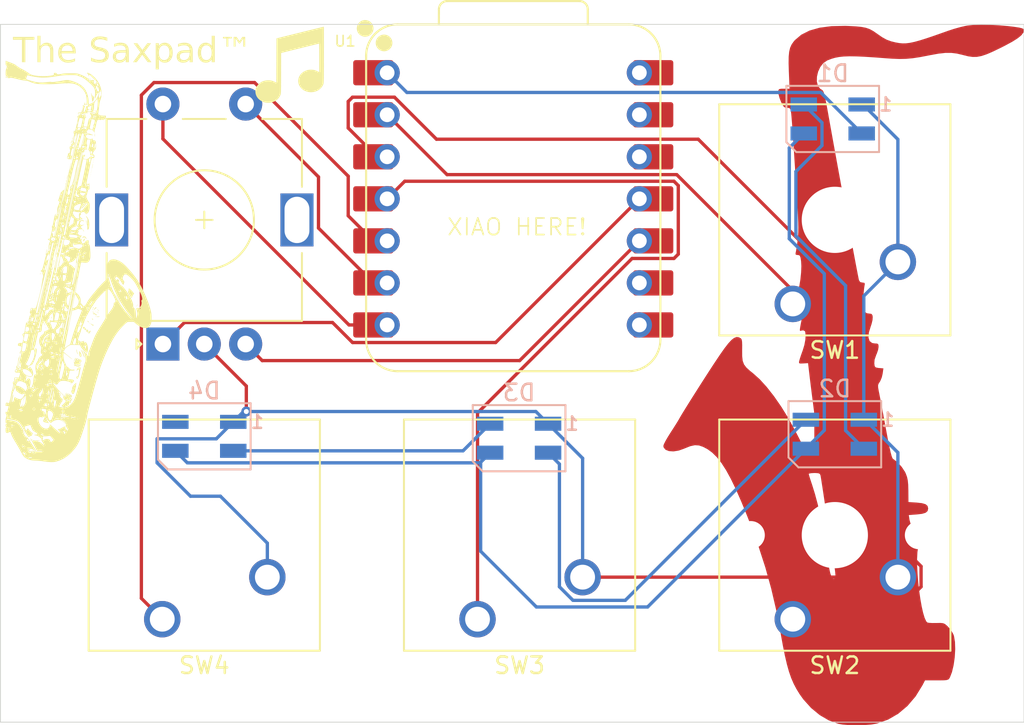
<source format=kicad_pcb>
(kicad_pcb (version 20241229) (generator "pcbnew") (generator_version "9.0")
  (layers (0 "F.Cu" signal) (2 "B.Cu" signal) (13 "F.Paste" user) (15 "B.Paste" user) (5 "F.SilkS" user "F.Silkscreen") (7 "B.SilkS" user "B.Silkscreen") (1 "F.Mask" user) (3 "B.Mask" user) (25 "Edge.Cuts" user))
  (net 0 "")
  (net 1 "Net-(D1-DIN)")
  (net 2 "GND")
  (net 3 "Net-(D1-DOUT)")
  (net 4 "+5V")
  (net 5 "Net-(D2-DOUT)")
  (net 6 "Net-(D3-DOUT)")
  (net 8 "Net-(U1-GPIO27{slash}ADC1{slash}A1)")
  (net 9 "Net-(U1-GPIO28{slash}ADC2{slash}A2)")
  (net 10 "Net-(U1-GPIO29{slash}ADC3{slash}A3)")
  (net 11 "Net-(U1-GPIO6{slash}SDA)")
  (net 12 "Net-(U1-GPIO0{slash}TX)")
  (net 13 "Net-(U1-GPIO3{slash}MOSI)")
  (net 14 "Net-(U1-GPIO4{slash}MISO)")
  (net 15 "Net-(U1-GPIO7{slash}SCL)")
  (footprint "LOGO" (layer "F.Cu") (at 71.8312 59.8424)
    (property "Reference" "G***" (hide yes))
    (property "Value" "LOGO" (hide yes))
  )
  (footprint "Button_Switch_Keyboard:SW_Cherry_MX_1.00u_PCB" (layer "F.Cu") (at 64.135 93.345 180)
    (property "Reference" "SW4" (at -2.54 -2.794 0) (layer "F.SilkS"))
    (property "Value" "SW_Push")
    (pad "" np_thru_hole circle (at -7.62 5.08 180) (size 1.7 1.7) (drill 1.7) (layers "*.Cu" "*.Mask"))
    (pad "" np_thru_hole circle (at -2.54 5.08 180) (size 4 4) (drill 4) (layers "*.Cu" "*.Mask"))
    (pad "" np_thru_hole circle (at 2.54 5.08 180) (size 1.7 1.7) (drill 1.7) (layers "*.Cu" "*.Mask"))
    (pad "1" thru_hole circle (at 0 0 180) (size 2.2 2.2) (drill 1.5) (layers "*.Cu" "*.Mask") (net 11 "Net-(U1-GPIO6{slash}SDA)"))
    (pad "2" thru_hole circle (at -6.35 2.54 180) (size 2.2 2.2) (drill 1.5) (layers "*.Cu" "*.Mask") (net 2 "GND"))
  )
  (footprint "Button_Switch_Keyboard:SW_Cherry_MX_1.00u_PCB" (layer "F.Cu") (at 102.235 93.345 180)
    (property "Reference" "SW2" (at -2.54 -2.794 0) (layer "F.SilkS"))
    (property "Value" "SW_Push")
    (pad "" np_thru_hole circle (at -7.62 5.08 180) (size 1.7 1.7) (drill 1.7) (layers "*.Cu" "*.Mask"))
    (pad "" np_thru_hole circle (at -2.54 5.08 180) (size 4 4) (drill 4) (layers "*.Cu" "*.Mask"))
    (pad "" np_thru_hole circle (at 2.54 5.08 180) (size 1.7 1.7) (drill 1.7) (layers "*.Cu" "*.Mask"))
    (pad "1" thru_hole circle (at 0 0 180) (size 2.2 2.2) (drill 1.5) (layers "*.Cu" "*.Mask") (net 9 "Net-(U1-GPIO28{slash}ADC2{slash}A2)"))
    (pad "2" thru_hole circle (at -6.35 2.54 180) (size 2.2 2.2) (drill 1.5) (layers "*.Cu" "*.Mask") (net 2 "GND"))
  )
  (footprint "Button_Switch_Keyboard:SW_Cherry_MX_1.00u_PCB" (layer "F.Cu") (at 102.235 74.295 180)
    (property "Reference" "SW1" (at -2.54 -2.794 0) (layer "F.SilkS"))
    (property "Value" "SW_Push")
    (pad "" np_thru_hole circle (at -7.62 5.08 180) (size 1.7 1.7) (drill 1.7) (layers "*.Cu" "*.Mask"))
    (pad "" np_thru_hole circle (at -2.54 5.08 180) (size 4 4) (drill 4) (layers "*.Cu" "*.Mask"))
    (pad "" np_thru_hole circle (at 2.54 5.08 180) (size 1.7 1.7) (drill 1.7) (layers "*.Cu" "*.Mask"))
    (pad "1" thru_hole circle (at 0 0 180) (size 2.2 2.2) (drill 1.5) (layers "*.Cu" "*.Mask") (net 8 "Net-(U1-GPIO27{slash}ADC1{slash}A1)"))
    (pad "2" thru_hole circle (at -6.35 2.54 180) (size 2.2 2.2) (drill 1.5) (layers "*.Cu" "*.Mask") (net 2 "GND"))
  )
  (footprint "LOGO" (layer "F.Cu") (at 58.236908 71.653429)
    (property "Reference" "G***" (hide yes))
    (property "Value" "LOGO" (hide yes))
  )
  (footprint "LOGO" (layer "F.Cu") (at 105.3084 78.5876)
    (property "Reference" "G***" (hide yes))
    (property "Value" "LOGO" (hide yes))
    (fp_poly (pts (xy 8.835105 -21.155538) (xy 9.390681 -21.127281) (xy 9.942445 -21.079876) (xy 10.299598 -21.03696) (xy 10.591183 -20.992848) (xy 10.771373 -20.952072) (xy 10.864471 -20.90634) (xy 10.894777 -20.847362) (xy 10.895442 -20.833681) (xy 10.858287 -20.68506) (xy 10.739896 -20.527351) (xy 10.52988 -20.35263) (xy 10.217851 -20.152971) (xy 9.793421 -19.920451) (xy 9.508733 -19.775897) (xy 9.034363 -19.546338) (xy 8.651666 -19.380548) (xy 8.334762 -19.27352) (xy 8.057776 -19.220246) (xy 7.794827 -19.215716) (xy 7.520039 -19.254924) (xy 7.212414 -19.331488) (xy 6.847139 -19.418431) (xy 6.502439 -19.461462) (xy 6.1419 -19.460253) (xy 5.729111 -19.414476) (xy 5.22766 -19.3238) (xy 5.175335 -19.313096) (xy 4.636306 -19.208524) (xy 4.184534 -19.138989) (xy 3.776504 -19.101475) (xy 3.368706 -19.092969) (xy 2.917626 -19.110453) (xy 2.587667 -19.133768) (xy 1.867513 -19.188106) (xy 1.266416 -19.22682) (xy 0.768071 -19.249298) (xy 0.356171 -19.254927) (xy 0.014412 -19.243095) (xy -0.273513 -19.21319) (xy -0.52391 -19.1646) (xy -0.753085 -19.096711) (xy -0.977342 -19.008911) (xy -1.000114 -18.999018) (xy -1.230153 -18.841187) (xy -1.412726 -18.607345) (xy -1.54237 -18.326065) (xy -1.613624 -18.02592) (xy -1.621024 -17.735484) (xy -1.559108 -17.483331) (xy -1.422415 -17.298034) (xy -1.33555 -17.244303) (xy -1.285476 -17.212251) (xy -1.241237 -17.154826) (xy -1.198579 -17.055748) (xy -1.153252 -16.89874) (xy -1.101 -16.667522) (xy -1.037573 -16.345817) (xy -0.958716 -15.917346) (xy -0.892933 -15.55008) (xy -0.788124 -14.964221) (xy -0.670879 -14.313622) (xy -0.543624 -13.611403) (xy -0.408784 -12.870678) (xy -0.268783 -12.104566) (xy -0.126049 -11.326183) (xy 0.016994 -10.548647) (xy 0.15792 -9.785073) (xy 0.294303 -9.048579) (xy 0.42372 -8.352282) (xy 0.543742 -7.709298) (xy 0.651946 -7.132746) (xy 0.745906 -6.63574) (xy 0.823197 -6.2314) (xy 0.881392 -5.93284) (xy 0.918066 -5.753179) (xy 0.921598 -5.737131) (xy 0.994453 -5.614953) (xy 1.132832 -5.583914) (xy 1.257944 -5.566237) (xy 1.280524 -5.489135) (xy 1.267143 -5.430697) (xy 1.243839 -5.29498) (xy 1.218258 -5.064544) (xy 1.194721 -4.780704) (xy 1.187038 -4.664611) (xy 1.175953 -4.272764) (xy 1.202343 -3.997471) (xy 1.272009 -3.822827) (xy 1.390756 -3.732926) (xy 1.534835 -3.71126) (xy 1.679191 -3.692204) (xy 1.740652 -3.606538) (xy 1.756955 -3.501271) (xy 1.743467 -3.317411) (xy 1.686488 -3.078018) (xy 1.637786 -2.936953) (xy 1.522767 -2.562778) (xy 1.499343 -2.264955) (xy 1.565619 -2.051727) (xy 1.719694 -1.931336) (xy 1.87505 -1.906702) (xy 2.034078 -1.895096) (xy 2.098883 -1.835992) (xy 2.110992 -1.6997) (xy 2.079411 -1.507211) (xy 2.000678 -1.281185) (xy 1.970973 -1.218239) (xy 1.868329 -0.922771) (xy 1.851805 -0.693204) (xy 1.875938 -0.529695) (xy 1.940293 -0.454115) (xy 2.088024 -0.425219) (xy 2.136638 -0.420979) (xy 2.400622 -0.39933) (xy 2.357418 -0.080496) (xy 2.301104 0.157639) (xy 2.212171 0.36969) (xy 2.178832 0.42247) (xy 2.109145 0.528889) (xy 2.07842 0.6312) (xy 2.084151 0.771221) (xy 2.123837 0.990768) (xy 2.140107 1.069387) (xy 2.179314 1.265403) (xy 2.23826 1.570961) (xy 2.312331 1.961607) (xy 2.396912 2.412885) (xy 2.487387 2.900342) (xy 2.555174 3.268633) (xy 2.665504 3.856421) (xy 2.758055 4.317843) (xy 2.834802 4.661286) (xy 2.89772 4.895137) (xy 2.948786 5.027783) (xy 2.978289 5.064769) (xy 3.248897 5.270154) (xy 3.508447 5.553838) (xy 3.710284 5.862665) (xy 3.748193 5.94199) (xy 3.825934 6.149168) (xy 3.874362 6.364487) (xy 3.900049 6.630565) (xy 3.909551 6.988591) (xy 3.91555 7.678255) (xy 4.406782 7.710243) (xy 4.739 7.747116) (xy 4.954429 7.812256) (xy 5.071143 7.91493) (xy 5.107213 8.064407) (xy 5.107239 8.069437) (xy 5.073708 8.219675) (xy 4.960799 8.323159) (xy 4.750035 8.389522) (xy 4.422942 8.428398) (xy 4.418121 8.428745) (xy 3.935281 8.463292) (xy 3.976713 8.74304) (xy 4.027253 8.934201) (xy 4.125251 9.196692) (xy 4.252278 9.482649) (xy 4.294376 9.567998) (xy 4.425847 9.834047) (xy 4.502272 10.017716) (xy 4.532771 10.156754) (xy 4.526469 10.288907) (xy 4.500104 10.419205) (xy 4.456297 10.715937) (xy 4.437606 11.095945) (xy 4.44153 11.538735) (xy 4.465565 12.023813) (xy 4.507211 12.530687) (xy 4.563963 13.038862) (xy 4.633321 13.527846) (xy 4.712782 13.977144) (xy 4.799843 14.366264) (xy 4.892003 14.674712) (xy 4.986758 14.881994) (xy 5.054116 14.956439) (xy 5.155904 14.977474) (xy 5.351338 14.988489) (xy 5.597814 14.987105) (xy 5.848733 14.982555) (xy 6.010812 14.999697) (xy 6.131279 15.054445) (xy 6.257365 15.162716) (xy 6.328833 15.233453) (xy 6.504135 15.448414) (xy 6.63492 15.68081) (xy 6.665601 15.765878) (xy 6.726807 16.13052) (xy 6.741112 16.575523) (xy 6.712706 17.057386) (xy 6.645779 17.532609) (xy 6.54452 17.957692) (xy 6.424741 18.26689) (xy 6.377639 18.350653) (xy 6.320346 18.40476) (xy 6.225122 18.435693) (xy 6.064228 18.449929) (xy 5.809925 18.453951) (xy 5.623089 18.454155) (xy 4.9167 18.454155) (xy 4.766587 18.743566) (xy 4.348619 19.423065) (xy 3.855029 20.002162) (xy 3.294654 20.473497) (xy 2.676328 20.829707) (xy 2.008887 21.063432) (xy 1.971197 21.072524) (xy 1.641274 21.126217) (xy 1.227634 21.158488) (xy 0.775468 21.169168) (xy 0.329963 21.158085) (xy -0.063692 21.125071) (xy -0.317645 21.08114) (xy -0.890048 20.876652) (xy -1.447856 20.551296) (xy -1.971164 20.120293) (xy -2.440066 19.598866) (xy -2.660893 19.28926) (xy -2.854444 18.975106) (xy -3.022124 18.656677) (xy -3.169681 18.315434) (xy -3.302862 17.93284) (xy -3.427413 17.490353) (xy -3.54908 16.969437) (xy -3.673612 16.351552) (xy -3.806753 15.61816) (xy -3.816886 15.560054) (xy -4.078812 14.195491) (xy -4.381401 12.895704) (xy -4.735744 11.621895) (xy -5.152934 10.335268) (xy -5.644063 8.997025) (xy -5.825881 8.533373) (xy -6.181123 7.665068) (xy -6.508673 6.919189) (xy -6.81459 6.286217) (xy -6.982629 5.979719) (xy -2.110992 5.979719) (xy -2.09021 6.06457) (xy -2.034437 6.246545) (xy -1.953532 6.494172) (xy -1.903017 6.64366) (xy -1.734814 7.185334) (xy -1.563277 7.826291) (xy -1.396068 8.530065) (xy -1.240846 9.260191) (xy -1.105274 9.980202) (xy -0.997013 10.653635) (xy -0.923724 11.244022) (xy -0.913561 11.353262) (xy -0.868899 11.706195) (xy -0.80528 11.994165) (xy -0.729482 12.202921) (xy -0.648287 12.318209) (xy -0.568473 12.325776) (xy -0.500575 12.221433) (xy -0.49621 12.117629) (xy -0.512999 11.908915) (xy -0.547826 11.624391) (xy -0.597574 11.293161) (xy -0.604498 11.251058) (xy -0.652279 10.955472) (xy -0.715645 10.551766) (xy -0.790515 10.066583) (xy -0.872808 9.526567) (xy -0.958444 8.958363) (xy -1.043341 8.388616) (xy -1.0553 8.307775) (xy -1.132918 7.785279) (xy -1.205613 7.301004) (xy -1.270643 6.872836) (xy -1.325262 6.518658) (xy -1.366728 6.256354) (xy -1.392297 6.103808) (xy -1.397439 6.077614) (xy -1.436273 5.985136) (xy -1.522617 5.939471) (xy -1.694651 5.924995) (xy -1.771807 5.924397) (xy -1.965635 5.934387) (xy -2.088408 5.95992) (xy -2.110992 5.979719) (xy -6.982629 5.979719) (xy -7.104936 5.756634) (xy -7.385769 5.320922) (xy -7.663149 4.969561) (xy -7.943138 4.693033) (xy -8.231793 4.48182) (xy -8.492544 4.344735) (xy -8.743879 4.259846) (xy -8.987591 4.244455) (xy -9.261372 4.30221) (xy -9.602911 4.43676) (xy -9.646291 4.456431) (xy -9.975363 4.57213) (xy -10.286733 4.619224) (xy -10.556728 4.600991) (xy -10.761676 4.520706) (xy -10.877903 4.381646) (xy -10.895442 4.283533) (xy -10.859537 4.174853) (xy -10.762065 3.982104) (xy -10.618391 3.733597) (xy -10.463321 3.48726) (xy -10.281977 3.206812) (xy -10.121156 2.952728) (xy -10.000026 2.755617) (xy -9.942608 2.655764) (xy -9.860808 2.512149) (xy -9.716078 2.272218) (xy -9.519703 1.95385) (xy -9.28297 1.574926) (xy -9.017164 1.153324) (xy -8.73357 0.706924) (xy -8.443475 0.253605) (xy -8.158164 -0.188753) (xy -7.888922 -0.60227) (xy -7.814952 -0.715013) (xy -7.479051 -1.217735) (xy -7.201492 -1.611842) (xy -6.972715 -1.906782) (xy -6.783164 -2.112001) (xy -6.623281 -2.236945) (xy -6.483507 -2.29106) (xy -6.354285 -2.283794) (xy -6.264774 -2.247128) (xy -6.199764 -2.201205) (xy -6.159109 -2.129173) (xy -6.137907 -2.003092) (xy -6.131254 -1.795017) (xy -6.133864 -1.501075) (xy -6.131672 -1.127258) (xy -6.099646 -0.851687) (xy -6.020136 -0.636961) (xy -5.875493 -0.44568) (xy -5.648064 -0.240442) (xy -5.473682 -0.102145) (xy -5.074246 0.255638) (xy -4.647579 0.724376) (xy -4.207553 1.28518) (xy -3.768038 1.919162) (xy -3.342906 2.607433) (xy -2.946027 3.331106) (xy -2.931221 3.359965) (xy -2.542391 4.119839) (xy -2.054305 4.139846) (xy -1.799392 4.146537) (xy -1.651904 4.136579) (xy -1.583495 4.104047) (xy -1.565818 4.043016) (xy -1.565748 4.037702) (xy -1.574195 3.937336) (xy -1.598137 3.722734) (xy -1.635055 3.414657) (xy -1.682433 3.033864) (xy -1.737751 2.601116) (xy -1.770537 2.34933) (xy -1.835893 1.847023) (xy -1.901166 1.338866) (xy -1.962201 0.857686) (xy -2.014842 0.436312) (xy -2.054933 0.107571) (xy -2.063642 0.034048) (xy -2.151488 -0.715013) (xy -2.439329 -0.696568) (xy -2.618583 -0.689897) (xy -2.693842 -0.715832) (xy -2.696919 -0.796796) (xy -2.68087 -0.866809) (xy -2.632958 -1.028599) (xy -2.553893 -1.263548) (xy -2.47078 -1.49367) (xy -2.375377 -1.806619) (xy -2.316107 -2.120521) (xy -2.297152 -2.397432) (xy -2.322694 -2.59941) (xy -2.343715 -2.646679) (xy -2.444468 -2.696783) (xy -2.534115 -2.685196) (xy -2.590281 -2.665736) (xy -2.627834 -2.661474) (xy -2.645744 -2.691568) (xy -2.642982 -2.77518) (xy -2.618519 -2.931471) (xy -2.571326 -3.1796) (xy -2.500373 -3.538728) (xy -2.483749 -3.622982) (xy -2.417625 -4.05234) (xy -2.402391 -4.399293) (xy -2.413393 -4.52526) (xy -2.449978 -4.71555) (xy -2.502682 -4.806283) (xy -2.599349 -4.83359) (xy -2.651972 -4.834853) (xy -2.844124 -4.834853) (xy -2.753865 -5.09683) (xy -2.675388 -5.399601) (xy -2.612645 -5.781937) (xy -2.571009 -6.191118) (xy -2.555851 -6.574427) (xy -2.572355 -6.877748) (xy -2.608278 -7.093158) (xy -2.651571 -7.204639) (xy -2.720266 -7.244038) (xy -2.781065 -7.24633) (xy -2.894631 -7.264318) (xy -2.906407 -7.353731) (xy -2.899263 -7.382523) (xy -2.873599 -7.511795) (xy -2.838081 -7.736728) (xy -2.798776 -8.017726) (xy -2.781966 -8.14797) (xy -2.758297 -8.375911) (xy -2.744438 -8.620583) (xy -2.740702 -8.902989) (xy -2.747405 -9.24413) (xy -2.764858 -9.665005) (xy -2.793378 -10.186618) (xy -2.818615 -10.599444) (xy -2.881923 -11.603021) (xy -2.937594 -12.47845) (xy -2.986156 -13.233532) (xy -3.028141 -13.876069) (xy -3.064077 -14.413861) (xy -3.094495 -14.854708) (xy -3.119924 -15.206412) (xy -3.140894 -15.476772) (xy -3.157935 -15.673591) (xy -3.171577 -15.804668) (xy -3.172894 -15.815416) (xy -3.203921 -16.010663) (xy -3.250463 -16.105819) (xy -3.339133 -16.136533) (xy -3.414349 -16.138874) (xy -3.537157 -16.154461) (xy -3.628859 -16.221201) (xy -3.720261 -16.369063) (xy -3.781824 -16.496381) (xy -3.87578 -16.736728) (xy -3.93644 -16.965815) (xy -3.948933 -17.075201) (xy -3.9431 -17.206339) (xy -3.901134 -17.271623) (xy -3.787881 -17.294027) (xy -3.610272 -17.296515) (xy -3.270946 -17.296515) (xy -3.312468 -18.334987) (xy -3.326871 -18.838928) (xy -3.321635 -19.231174) (xy -3.292191 -19.535386) (xy -3.233966 -19.775227) (xy -3.142389 -19.974358) (xy -3.01289 -20.156442) (xy -2.945595 -20.234076) (xy -2.559732 -20.561235) (xy -2.063227 -20.810764) (xy -1.455714 -20.982761) (xy -0.736824 -21.077323) (xy 0.093811 -21.094547) (xy 0.272386 -21.08876) (xy 0.726439 -21.065202) (xy 1.07447 -21.031054) (xy 1.346625 -20.978341) (xy 1.573048 -20.899088) (xy 1.783886 -20.78532) (xy 2.008847 -20.629386) (xy 2.326272 -20.408282) (xy 2.598427 -20.258958) (xy 2.876656 -20.157199) (xy 3.14968 -20.091371) (xy 3.359087 -20.054386) (xy 3.560865 -20.035996) (xy 3.771374 -20.039845) (xy 4.006973 -20.069577) (xy 4.284022 -20.128837) (xy 4.618879 -20.221269) (xy 5.027904 -20.350518) (xy 5.527457 -20.520229) (xy 6.133896 -20.734046) (xy 6.298928 -20.792961) (xy 6.651995 -20.908547) (xy 7.025808 -21.013657) (xy 7.360972 -21.092203) (xy 7.490617 -21.115736) (xy 7.850561 -21.150733) (xy 8.310228 -21.163677)) (fill yes) (layer "F.Cu"))
  )
  (footprint "OPL LIB:XIAO-RP2040-DIP" (layer "F.Cu") (at 85.344 67.945)
    (property "Reference" "U1" (at -10.16 -9.525 0) (layer "F.SilkS") (effects (font (size 0.635 0.635) (thickness 0.1016))))
    (property "Value" "XIAO-RP2040-DIP")
    (pad "1" smd roundrect (at -8.455 -7.62 180) (size 2.432 1.524) (layers "F.Cu" "F.Mask") (roundrect_rratio 0.1) (net 1 "Net-(D1-DIN)"))
    (pad "1" thru_hole circle (at -7.62 -7.62 180) (size 1.524 1.524) (drill 0.889) (layers "*.Cu" "*.Mask") (net 1 "Net-(D1-DIN)"))
    (pad "2" smd roundrect (at -8.455 -5.08 180) (size 2.432 1.524) (layers "F.Cu" "F.Mask") (roundrect_rratio 0.1) (net 8 "Net-(U1-GPIO27{slash}ADC1{slash}A1)"))
    (pad "2" thru_hole circle (at -7.62 -5.08 180) (size 1.524 1.524) (drill 0.889) (layers "*.Cu" "*.Mask") (net 8 "Net-(U1-GPIO27{slash}ADC1{slash}A1)"))
    (pad "3" smd roundrect (at -8.455 -2.54 180) (size 2.432 1.524) (layers "F.Cu" "F.Mask") (roundrect_rratio 0.1) (net 9 "Net-(U1-GPIO28{slash}ADC2{slash}A2)"))
    (pad "3" thru_hole circle (at -7.62 -2.54 180) (size 1.524 1.524) (drill 0.889) (layers "*.Cu" "*.Mask") (net 9 "Net-(U1-GPIO28{slash}ADC2{slash}A2)"))
    (pad "4" smd roundrect (at -8.455 0 180) (size 2.432 1.524) (layers "F.Cu" "F.Mask") (roundrect_rratio 0.1) (net 10 "Net-(U1-GPIO29{slash}ADC3{slash}A3)"))
    (pad "4" thru_hole circle (at -7.62 0 180) (size 1.524 1.524) (drill 0.889) (layers "*.Cu" "*.Mask") (net 10 "Net-(U1-GPIO29{slash}ADC3{slash}A3)"))
    (pad "5" smd roundrect (at -8.455 2.54 180) (size 2.432 1.524) (layers "F.Cu" "F.Mask") (roundrect_rratio 0.1) (net 11 "Net-(U1-GPIO6{slash}SDA)"))
    (pad "5" thru_hole circle (at -7.62 2.54 180) (size 1.524 1.524) (drill 0.889) (layers "*.Cu" "*.Mask") (net 11 "Net-(U1-GPIO6{slash}SDA)"))
    (pad "6" smd roundrect (at -8.455 5.08 180) (size 2.432 1.524) (layers "F.Cu" "F.Mask") (roundrect_rratio 0.1) (net 15 "Net-(U1-GPIO7{slash}SCL)"))
    (pad "6" thru_hole circle (at -7.62 5.08 180) (size 1.524 1.524) (drill 0.889) (layers "*.Cu" "*.Mask") (net 15 "Net-(U1-GPIO7{slash}SCL)"))
    (pad "7" smd roundrect (at -8.455 7.62 180) (size 2.432 1.524) (layers "F.Cu" "F.Mask") (roundrect_rratio 0.1) (net 12 "Net-(U1-GPIO0{slash}TX)"))
    (pad "7" thru_hole circle (at -7.62 7.62 180) (size 1.524 1.524) (drill 0.889) (layers "*.Cu" "*.Mask") (net 12 "Net-(U1-GPIO0{slash}TX)"))
    (pad "8" thru_hole circle (at 7.62 7.62) (size 1.524 1.524) (drill 0.889) (layers "*.Cu" "*.Mask"))
    (pad "8" smd roundrect (at 8.455 7.62) (size 2.432 1.524) (layers "F.Cu" "F.Mask") (roundrect_rratio 0.1))
    (pad "9" thru_hole circle (at 7.62 5.08) (size 1.524 1.524) (drill 0.889) (layers "*.Cu" "*.Mask"))
    (pad "9" smd roundrect (at 8.455 5.08) (size 2.432 1.524) (layers "F.Cu" "F.Mask") (roundrect_rratio 0.1))
    (pad "10" thru_hole circle (at 7.62 2.54) (size 1.524 1.524) (drill 0.889) (layers "*.Cu" "*.Mask") (net 14 "Net-(U1-GPIO4{slash}MISO)"))
    (pad "10" smd roundrect (at 8.455 2.54) (size 2.432 1.524) (layers "F.Cu" "F.Mask") (roundrect_rratio 0.1) (net 14 "Net-(U1-GPIO4{slash}MISO)"))
    (pad "11" thru_hole circle (at 7.62 0) (size 1.524 1.524) (drill 0.889) (layers "*.Cu" "*.Mask") (net 13 "Net-(U1-GPIO3{slash}MOSI)"))
    (pad "11" smd roundrect (at 8.455 0) (size 2.432 1.524) (layers "F.Cu" "F.Mask") (roundrect_rratio 0.1) (net 13 "Net-(U1-GPIO3{slash}MOSI)"))
    (pad "12" thru_hole circle (at 7.62 -2.54) (size 1.524 1.524) (drill 0.889) (layers "*.Cu" "*.Mask"))
    (pad "12" smd roundrect (at 8.455 -2.54) (size 2.432 1.524) (layers "F.Cu" "F.Mask") (roundrect_rratio 0.1))
    (pad "13" thru_hole circle (at 7.62 -5.08) (size 1.524 1.524) (drill 0.889) (layers "*.Cu" "*.Mask"))
    (pad "13" smd roundrect (at 8.455 -5.08) (size 2.432 1.524) (layers "F.Cu" "F.Mask") (roundrect_rratio 0.1))
    (pad "14" thru_hole circle (at 7.62 -7.62) (size 1.524 1.524) (drill 0.889) (layers "*.Cu" "*.Mask"))
    (pad "14" smd roundrect (at 8.455 -7.62) (size 2.432 1.524) (layers "F.Cu" "F.Mask") (roundrect_rratio 0.1))
  )
  (footprint "Rotary_Encoder:RotaryEncoder_Alps_EC11E-Switch_Vertical_H20mm" (layer "F.Cu") (at 64.175 76.719 90)
    (property "Reference" "SW12" (hide yes))
    (property "Value" "RotaryEncoder_Switch")
    (pad "A" thru_hole rect (at 0 0 90) (size 2 2) (drill 1) (layers "*.Cu" "*.Mask") (net 13 "Net-(U1-GPIO3{slash}MOSI)"))
    (pad "B" thru_hole circle (at 0 5 90) (size 2 2) (drill 1) (layers "*.Cu" "*.Mask") (net 14 "Net-(U1-GPIO4{slash}MISO)"))
    (pad "C" thru_hole circle (at 0 2.5 90) (size 2 2) (drill 1) (layers "*.Cu" "*.Mask") (net 2 "GND"))
    (pad "MP" thru_hole rect (at 7.5 -3.1 90) (size 3.2 2) (drill oval 2.8 1.5) (layers "*.Cu" "*.Mask"))
    (pad "MP" thru_hole rect (at 7.5 8.1 90) (size 3.2 2) (drill oval 2.8 1.5) (layers "*.Cu" "*.Mask"))
    (pad "S1" thru_hole circle (at 14.5 5 90) (size 2 2) (drill 1) (layers "*.Cu" "*.Mask") (net 15 "Net-(U1-GPIO7{slash}SCL)"))
    (pad "S2" thru_hole circle (at 14.5 0 90) (size 2 2) (drill 1) (layers "*.Cu" "*.Mask") (net 12 "Net-(U1-GPIO0{slash}TX)"))
  )
  (footprint "Button_Switch_Keyboard:SW_Cherry_MX_1.00u_PCB" (layer "F.Cu") (at 83.185 93.345 180)
    (property "Reference" "SW3" (at -2.54 -2.794 0) (layer "F.SilkS"))
    (property "Value" "SW_Push")
    (pad "" np_thru_hole circle (at -7.62 5.08 180) (size 1.7 1.7) (drill 1.7) (layers "*.Cu" "*.Mask"))
    (pad "" np_thru_hole circle (at -2.54 5.08 180) (size 4 4) (drill 4) (layers "*.Cu" "*.Mask"))
    (pad "" np_thru_hole circle (at 2.54 5.08 180) (size 1.7 1.7) (drill 1.7) (layers "*.Cu" "*.Mask"))
    (pad "1" thru_hole circle (at 0 0 180) (size 2.2 2.2) (drill 1.5) (layers "*.Cu" "*.Mask") (net 10 "Net-(U1-GPIO29{slash}ADC3{slash}A3)"))
    (pad "2" thru_hole circle (at -6.35 2.54 180) (size 2.2 2.2) (drill 1.5) (layers "*.Cu" "*.Mask") (net 2 "GND"))
  )
  (footprint "LED_SMD:LED_SK6812MINI_PLCC4_3.5x3.5mm_P1.75mm" (layer "B.Cu") (at 104.648 63.119 180)
    (property "Reference" "D1" (at 0 2.75 0) (layer "B.SilkS") (effects (justify mirror)))
    (property "Value" "SK6812")
    (fp_text user "1" (at -3.2 0.875 0) (layer "B.SilkS") (effects (font (size 0.8 0.8)) (justify mirror)))
    (pad "1" smd rect (at -1.75 0.875 180) (size 1.6 0.85) (layers "B.Cu" "B.Mask" "B.Paste") (net 2 "GND"))
    (pad "2" smd rect (at -1.75 -0.875 180) (size 1.6 0.85) (layers "B.Cu" "B.Mask" "B.Paste") (net 1 "Net-(D1-DIN)"))
    (pad "3" smd rect (at 1.75 -0.875 180) (size 1.6 0.85) (layers "B.Cu" "B.Mask" "B.Paste") (net 4 "+5V"))
    (pad "4" smd rect (at 1.75 0.875 180) (size 1.6 0.85) (layers "B.Cu" "B.Mask" "B.Paste") (net 3 "Net-(D1-DOUT)"))
  )
  (footprint "LED_SMD:LED_SK6812MINI_PLCC4_3.5x3.5mm_P1.75mm" (layer "B.Cu") (at 104.775 82.169 180)
    (property "Reference" "D2" (at 0 2.75 0) (layer "B.SilkS") (effects (justify mirror)))
    (property "Value" "SK6812")
    (fp_text user "1" (at -3.2 0.875 0) (layer "B.SilkS") (effects (font (size 0.8 0.8)) (justify mirror)))
    (pad "1" smd rect (at -1.75 0.875 180) (size 1.6 0.85) (layers "B.Cu" "B.Mask" "B.Paste") (net 2 "GND"))
    (pad "2" smd rect (at -1.75 -0.875 180) (size 1.6 0.85) (layers "B.Cu" "B.Mask" "B.Paste") (net 3 "Net-(D1-DOUT)"))
    (pad "3" smd rect (at 1.75 -0.875 180) (size 1.6 0.85) (layers "B.Cu" "B.Mask" "B.Paste") (net 4 "+5V"))
    (pad "4" smd rect (at 1.75 0.875 180) (size 1.6 0.85) (layers "B.Cu" "B.Mask" "B.Paste") (net 5 "Net-(D2-DOUT)"))
  )
  (footprint "LED_SMD:LED_SK6812MINI_PLCC4_3.5x3.5mm_P1.75mm" (layer "B.Cu") (at 66.675 82.296 180)
    (property "Reference" "D4" (at 0 2.75 0) (layer "B.SilkS") (effects (justify mirror)))
    (property "Value" "SK6812")
    (fp_text user "1" (at -3.2 0.875 0) (layer "B.SilkS") (effects (font (size 0.8 0.8)) (justify mirror)))
    (pad "1" smd rect (at -1.75 0.875 180) (size 1.6 0.85) (layers "B.Cu" "B.Mask" "B.Paste") (net 2 "GND"))
    (pad "2" smd rect (at -1.75 -0.875 180) (size 1.6 0.85) (layers "B.Cu" "B.Mask" "B.Paste") (net 6 "Net-(D3-DOUT)"))
    (pad "3" smd rect (at 1.75 -0.875 180) (size 1.6 0.85) (layers "B.Cu" "B.Mask" "B.Paste") (net 4 "+5V"))
    (pad "4" smd rect (at 1.75 0.875 180) (size 1.6 0.85) (layers "B.Cu" "B.Mask" "B.Paste"))
  )
  (footprint "LED_SMD:LED_SK6812MINI_PLCC4_3.5x3.5mm_P1.75mm" (layer "B.Cu") (at 85.697 82.409 180)
    (property "Reference" "D3" (at 0 2.75 0) (layer "B.SilkS") (effects (justify mirror)))
    (property "Value" "SK6812")
    (fp_text user "1" (at -3.2 0.875 0) (layer "B.SilkS") (effects (font (size 0.8 0.8)) (justify mirror)))
    (pad "1" smd rect (at -1.75 0.875 180) (size 1.6 0.85) (layers "B.Cu" "B.Mask" "B.Paste") (net 2 "GND"))
    (pad "2" smd rect (at -1.75 -0.875 180) (size 1.6 0.85) (layers "B.Cu" "B.Mask" "B.Paste") (net 5 "Net-(D2-DOUT)"))
    (pad "3" smd rect (at 1.75 -0.875 180) (size 1.6 0.85) (layers "B.Cu" "B.Mask" "B.Paste") (net 4 "+5V"))
    (pad "4" smd rect (at 1.75 0.875 180) (size 1.6 0.85) (layers "B.Cu" "B.Mask" "B.Paste") (net 6 "Net-(D3-DOUT)"))
  )
  (gr_rect (start 54.356 57.404) (end 116.205 99.568) (stroke (width 0.05)) (fill no) (layer "Edge.Cuts"))
  (gr_text "XIAO HERE!" (at 81.28 70.231 0) (layer "F.SilkS") (effects (font (size 1 1) (thickness 0.1)) (justify left bottom)))
  (gr_text "The Saxpad™" (at 55.118 59.944 0) (layer "F.SilkS") (effects (font (size 1.5 1.5) (thickness 0.125)) (justify left bottom)))
  (segment (start 106.398 63.994) (end 103.922 61.518) (width 0.2) (layer "B.Cu") (net 1))
  (segment (start 103.922 61.518) (end 78.917 61.518) (width 0.2) (layer "B.Cu") (net 1))
  (segment (start 78.917 61.518) (end 77.724 60.325) (width 0.2) (layer "B.Cu") (net 1))
  (segment (start 69.215 79.259) (end 69.215 80.796) (width 0.2) (layer "F.Cu") (net 2))
  (segment (start 66.675 76.719) (end 69.215 79.259) (width 0.2) (layer "F.Cu") (net 2))
  (segment (start 89.535 90.805) (end 108.585 90.805) (width 0.2) (layer "F.Cu") (net 2))
  (via (at 69.215 80.796) (size 0.6) (drill 0.3) (layers "F.Cu" "B.Cu") (net 2))
  (segment (start 87.447 81.534) (end 89.535 83.622) (width 0.2) (layer "B.Cu") (net 2))
  (segment (start 89.535 83.622) (end 89.535 90.805) (width 0.2) (layer "B.Cu") (net 2))
  (segment (start 68.425 81.421) (end 67.401 82.445) (width 0.2) (layer "B.Cu") (net 2))
  (segment (start 69.215 80.796) (end 86.709 80.796) (width 0.2) (layer "B.Cu") (net 2))
  (segment (start 65.841 85.914) (end 67.648816 85.914) (width 0.2) (layer "B.Cu") (net 2))
  (segment (start 108.585 71.755) (end 108.585 64.354) (width 0.2) (layer "B.Cu") (net 2))
  (segment (start 70.485 88.750184) (end 70.485 90.805) (width 0.2) (layer "B.Cu") (net 2))
  (segment (start 67.648816 85.914) (end 70.485 88.750184) (width 0.2) (layer "B.Cu") (net 2))
  (segment (start 108.585 90.805) (end 108.585 83.277) (width 0.2) (layer "B.Cu") (net 2))
  (segment (start 67.401 82.445) (end 63.824 82.445) (width 0.2) (layer "B.Cu") (net 2))
  (segment (start 108.585 64.354) (end 106.475 62.244) (width 0.2) (layer "B.Cu") (net 2))
  (segment (start 63.824 83.897) (end 65.841 85.914) (width 0.2) (layer "B.Cu") (net 2))
  (segment (start 106.602 81.294) (end 106.525 81.294) (width 0.2) (layer "B.Cu") (net 2))
  (segment (start 108.585 83.277) (end 106.602 81.294) (width 0.2) (layer "B.Cu") (net 2))
  (segment (start 106.525 81.294) (end 106.525 73.815) (width 0.2) (layer "B.Cu") (net 2))
  (segment (start 63.824 82.445) (end 63.824 83.897) (width 0.2) (layer "B.Cu") (net 2))
  (segment (start 106.475 62.244) (end 106.398 62.244) (width 0.2) (layer "B.Cu") (net 2))
  (segment (start 106.525 73.815) (end 108.585 71.755) (width 0.2) (layer "B.Cu") (net 2))
  (segment (start 86.709 80.796) (end 87.447 81.534) (width 0.2) (layer "B.Cu") (net 2))
  (segment (start 69.05 80.796) (end 69.215 80.796) (width 0.2) (layer "B.Cu") (net 2))
  (segment (start 68.425 81.421) (end 69.05 80.796) (width 0.2) (layer "B.Cu") (net 2))
  (segment (start 103.999 64.72) (end 103.999 63.345) (width 0.2) (layer "B.Cu") (net 3))
  (segment (start 102.424 70.188816) (end 102.424 66.295) (width 0.2) (layer "B.Cu") (net 3))
  (segment (start 103.999 63.345) (end 102.898 62.244) (width 0.2) (layer "B.Cu") (net 3))
  (segment (start 105.424 73.188816) (end 102.424 70.188816) (width 0.2) (layer "B.Cu") (net 3))
  (segment (start 105.424 81.943) (end 105.424 73.188816) (width 0.2) (layer "B.Cu") (net 3))
  (segment (start 102.424 66.295) (end 103.999 64.72) (width 0.2) (layer "B.Cu") (net 3))
  (segment (start 106.525 83.044) (end 105.424 81.943) (width 0.2) (layer "B.Cu") (net 3))
  (segment (start 102.023 64.869) (end 102.898 63.994) (width 0.2) (layer "B.Cu") (net 4))
  (segment (start 83.947 83.284) (end 83.334 83.897) (width 0.2) (layer "B.Cu") (net 4))
  (segment (start 86.742184 92.607) (end 83.374 89.238816) (width 0.2) (layer "B.Cu") (net 4))
  (segment (start 65.651 83.897) (end 64.925 83.171) (width 0.2) (layer "B.Cu") (net 4))
  (segment (start 103.025 83.044) (end 104.14 81.929) (width 0.2) (layer "B.Cu") (net 4))
  (segment (start 102.023 70.354916) (end 102.023 64.869) (width 0.2) (layer "B.Cu") (net 4))
  (segment (start 104.14 81.929) (end 104.14 72.471916) (width 0.2) (layer "B.Cu") (net 4))
  (segment (start 83.374 83.857) (end 83.947 83.284) (width 0.2) (layer "B.Cu") (net 4))
  (segment (start 83.374 89.238816) (end 83.374 83.857) (width 0.2) (layer "B.Cu") (net 4))
  (segment (start 103.025 83.044) (end 93.462 92.607) (width 0.2) (layer "B.Cu") (net 4))
  (segment (start 104.14 72.471916) (end 102.023 70.354916) (width 0.2) (layer "B.Cu") (net 4))
  (segment (start 83.334 83.897) (end 65.651 83.897) (width 0.2) (layer "B.Cu") (net 4))
  (segment (start 93.462 92.607) (end 86.742184 92.607) (width 0.2) (layer "B.Cu") (net 4))
  (segment (start 92.113 92.206) (end 103.025 81.294) (width 0.2) (layer "B.Cu") (net 5))
  (segment (start 88.954686 92.206) (end 92.113 92.206) (width 0.2) (layer "B.Cu") (net 5))
  (segment (start 88.134 83.971) (end 88.134 91.385314) (width 0.2) (layer "B.Cu") (net 5))
  (segment (start 87.447 83.284) (end 88.134 83.971) (width 0.2) (layer "B.Cu") (net 5))
  (segment (start 88.134 91.385314) (end 88.954686 92.206) (width 0.2) (layer "B.Cu") (net 5))
  (segment (start 68.425 83.171) (end 82.31 83.171) (width 0.2) (layer "B.Cu") (net 6))
  (segment (start 82.31 83.171) (end 83.947 81.534) (width 0.2) (layer "B.Cu") (net 6))
  (segment (start 95.220726 66.481) (end 81.34 66.481) (width 0.2) (layer "F.Cu") (net 8))
  (segment (start 102.235 74.295) (end 102.235 73.495274) (width 0.2) (layer "F.Cu") (net 8))
  (segment (start 81.34 66.481) (end 77.724 62.865) (width 0.2) (layer "F.Cu") (net 8))
  (segment (start 102.235 73.495274) (end 95.220726 66.481) (width 0.2) (layer "F.Cu") (net 8))
  (segment (start 78.16431 61.802) (end 75.633374 61.802) (width 0.2) (layer "F.Cu") (net 9))
  (segment (start 96.52047 64.342) (end 80.70431 64.342) (width 0.2) (layer "F.Cu") (net 9))
  (segment (start 102.235 93.345) (end 108.026314 93.345) (width 0.2) (layer "F.Cu") (net 9))
  (segment (start 77.110374 65.405) (end 77.724 65.405) (width 0.2) (layer "F.Cu") (net 9))
  (segment (start 75.372 62.063374) (end 75.372 63.666626) (width 0.2) (layer "F.Cu") (net 9))
  (segment (start 80.70431 64.342) (end 78.16431 61.802) (width 0.2) (layer "F.Cu") (net 9))
  (segment (start 109.986 90.151184) (end 103.636 83.801184) (width 0.2) (layer "F.Cu") (net 9))
  (segment (start 109.986 91.385314) (end 109.986 90.151184) (width 0.2) (layer "F.Cu") (net 9))
  (segment (start 103.636 83.801184) (end 103.636 71.45753) (width 0.2) (layer "F.Cu") (net 9))
  (segment (start 75.633374 61.802) (end 75.372 62.063374) (width 0.2) (layer "F.Cu") (net 9))
  (segment (start 75.372 63.666626) (end 77.110374 65.405) (width 0.2) (layer "F.Cu") (net 9))
  (segment (start 103.636 71.45753) (end 96.52047 64.342) (width 0.2) (layer "F.Cu") (net 9))
  (segment (start 108.026314 93.345) (end 109.986 91.385314) (width 0.2) (layer "F.Cu") (net 9))
  (segment (start 83.185 93.345) (end 83.185 80.88669) (width 0.2) (layer "F.Cu") (net 10))
  (segment (start 95.316 67.143374) (end 95.054626 66.882) (width 0.2) (layer "F.Cu") (net 10))
  (segment (start 95.054626 66.882) (end 78.787 66.882) (width 0.2) (layer "F.Cu") (net 10))
  (segment (start 83.185 80.88669) (end 92.52369 71.548) (width 0.2) (layer "F.Cu") (net 10))
  (segment (start 92.52369 71.548) (end 95.054626 71.548) (width 0.2) (layer "F.Cu") (net 10))
  (segment (start 95.316 71.286626) (end 95.316 67.143374) (width 0.2) (layer "F.Cu") (net 10))
  (segment (start 78.787 66.882) (end 77.724 67.945) (width 0.2) (layer "F.Cu") (net 10))
  (segment (start 95.054626 71.548) (end 95.316 71.286626) (width 0.2) (layer "F.Cu") (net 10))
  (segment (start 62.874 61.680108) (end 63.636108 60.918) (width 0.2) (layer "F.Cu") (net 11))
  (segment (start 69.713892 60.918) (end 75.372 66.576108) (width 0.2) (layer "F.Cu") (net 11))
  (segment (start 63.636108 60.918) (end 69.713892 60.918) (width 0.2) (layer "F.Cu") (net 11))
  (segment (start 75.372 66.576108) (end 75.372 68.968) (width 0.2) (layer "F.Cu") (net 11))
  (segment (start 75.372 68.968) (end 76.889 70.485) (width 0.2) (layer "F.Cu") (net 11))
  (segment (start 64.135 93.345) (end 62.874 92.084) (width 0.2) (layer "F.Cu") (net 11))
  (segment (start 62.874 92.084) (end 62.874 61.680108) (width 0.2) (layer "F.Cu") (net 11))
  (segment (start 75.419 75.565) (end 77.724 75.565) (width 0.2) (layer "F.Cu") (net 12))
  (segment (start 64.175 62.219) (end 64.175 64.321) (width 0.2) (layer "F.Cu") (net 12))
  (segment (start 64.175 64.321) (end 75.419 75.565) (width 0.2) (layer "F.Cu") (net 12))
  (segment (start 84.281 76.628) (end 92.964 67.945) (width 0.2) (layer "F.Cu") (net 13))
  (segment (start 65.476 75.418) (end 74.423374 75.418) (width 0.2) (layer "F.Cu") (net 13))
  (segment (start 74.423374 75.418) (end 75.633374 76.628) (width 0.2) (layer "F.Cu") (net 13))
  (segment (start 64.175 76.719) (end 65.476 75.418) (width 0.2) (layer "F.Cu") (net 13))
  (segment (start 75.633374 76.628) (end 84.281 76.628) (width 0.2) (layer "F.Cu") (net 13))
  (segment (start 70.175 77.719) (end 85.73 77.719) (width 0.2) (layer "F.Cu") (net 14))
  (segment (start 69.175 76.719) (end 70.175 77.719) (width 0.2) (layer "F.Cu") (net 14))
  (segment (start 85.73 77.719) (end 92.964 70.485) (width 0.2) (layer "F.Cu") (net 14))
  (segment (start 73.576 69.712) (end 76.889 73.025) (width 0.2) (layer "F.Cu") (net 15))
  (segment (start 69.175 62.219) (end 73.576 66.62) (width 0.2) (layer "F.Cu") (net 15))
  (segment (start 73.576 66.62) (end 73.576 69.712) (width 0.2) (layer "F.Cu") (net 15))
)
</source>
